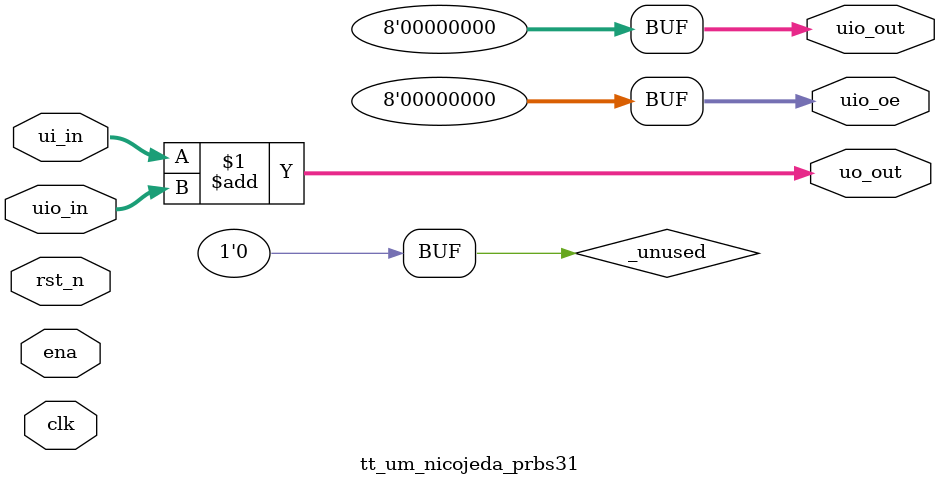
<source format=v>
/*
 * Copyright (c) 2024 Your Name
 * SPDX-License-Identifier: Apache-2.0
 */

`default_nettype none

module tt_um_nicojeda_prbs31 (
    input  wire [7:0] ui_in,    // Dedicated inputs
    output wire [7:0] uo_out,   // Dedicated outputs
    input  wire [7:0] uio_in,   // IOs: Input path
    output wire [7:0] uio_out,  // IOs: Output path
    output wire [7:0] uio_oe,   // IOs: Enable path (active high: 0=input, 1=output)
    input  wire       ena,      // always 1 when the design is powered, so you can ignore it
    input  wire       clk,      // clock
    input  wire       rst_n     // reset_n - low to reset
);

  // All output pins must be assigned. If not used, assign to 0.
  assign uo_out  = ui_in + uio_in;  // Example: ou_out is the sum of ui_in and uio_in
  assign uio_out = 0;
  assign uio_oe  = 0;

  // List all unused inputs to prevent warnings
  wire _unused = &{ena, clk, rst_n, 1'b0};

endmodule

</source>
